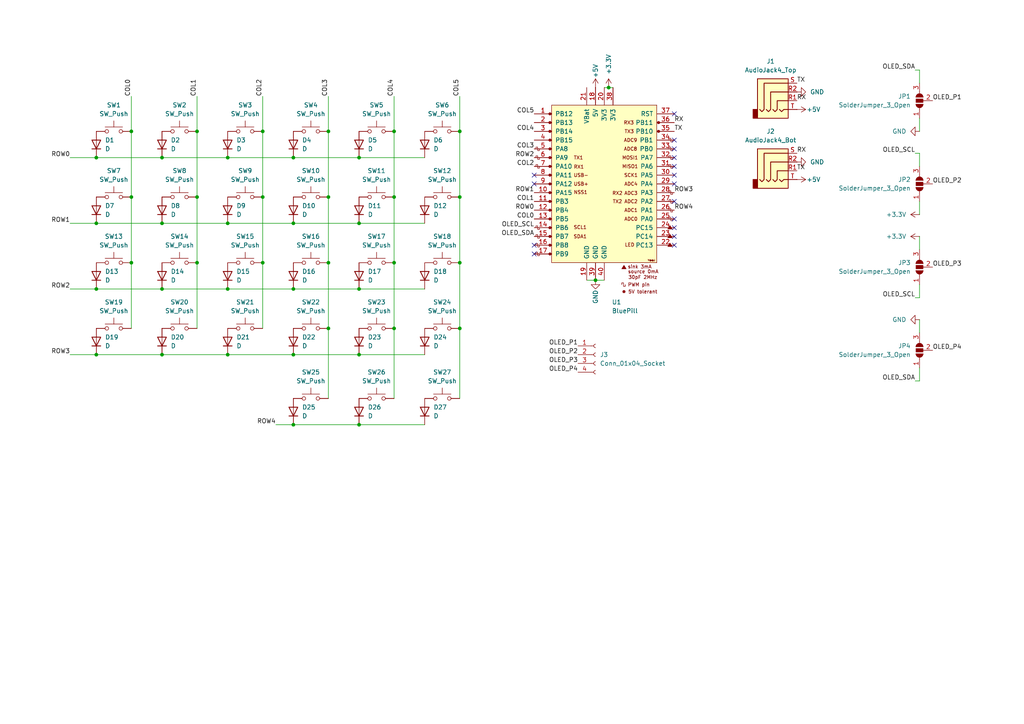
<source format=kicad_sch>
(kicad_sch (version 20231120) (generator "eeschema") (generator_version "8.0")
  (paper "A4")
  (lib_symbols
    (symbol "Connector:Conn_01x04_Socket" (pin_names (offset 1.016) hide)
      (property "Reference" "J" (at 0 5.08 0))
      (property "Value" "Conn_01x04_Socket" (at 0 -7.62 0))
      (symbol "Conn_01x04_Socket_1_1"
        (arc (start 0 -4.572) (mid -0.5058 -5.08) (end 0 -5.588) (stroke (width 0.1524)))
        (arc (start 0 -2.032) (mid -0.5058 -2.54) (end 0 -3.048) (stroke (width 0.1524)))
        (polyline (pts (xy -1.27 -5.08) (xy -0.508 -5.08)) (stroke (width 0.1524)))
        (polyline (pts (xy -1.27 -2.54) (xy -0.508 -2.54)) (stroke (width 0.1524)))
        (polyline (pts (xy -1.27 0) (xy -0.508 0)) (stroke (width 0.1524)))
        (polyline (pts (xy -1.27 2.54) (xy -0.508 2.54)) (stroke (width 0.1524)))
        (arc (start 0 0.508) (mid -0.5058 0) (end 0 -0.508) (stroke (width 0.1524)))
        (arc (start 0 3.048) (mid -0.5058 2.54) (end 0 2.032) (stroke (width 0.1524)))
        (pin passive line (at -5.08 2.54 0) (length 3.81) (name "Pin_1") (number "1"))
        (pin passive line (at -5.08 0 0) (length 3.81) (name "Pin_2") (number "2"))
        (pin passive line (at -5.08 -2.54 0) (length 3.81) (name "Pin_3") (number "3"))
        (pin passive line (at -5.08 -5.08 0) (length 3.81) (name "Pin_4") (number "4"))
      )
    )
    (symbol "Connector_Audio:AudioJack4"
      (property "Reference" "J" (at 0 8.89 0))
      (property "Value" "AudioJack4" (at 0 6.35 0))
      (symbol "AudioJack4_0_1"
        (rectangle (start -6.35 -5.08) (end -7.62 -7.62) (stroke (width 0.254)) (fill (type outline)))
        (polyline (pts (xy 0 -5.08) (xy 0.635 -5.715) (xy 1.27 -5.08) (xy 2.54 -5.08)) (stroke (width 0.254)))
        (polyline (pts (xy -5.715 -5.08) (xy -5.08 -5.715) (xy -4.445 -5.08) (xy -4.445 2.54) (xy 2.54 2.54)) (stroke (width 0.254)))
        (polyline (pts (xy -1.905 -5.08) (xy -1.27 -5.715) (xy -0.635 -5.08) (xy -0.635 -2.54) (xy 2.54 -2.54)) (stroke (width 0.254)))
        (polyline (pts (xy 2.54 0) (xy -2.54 0) (xy -2.54 -5.08) (xy -3.175 -5.715) (xy -3.81 -5.08)) (stroke (width 0.254)))
        (rectangle (start 2.54 3.81) (end -6.35 -7.62) (stroke (width 0.254)) (fill (type background)))
      )
      (symbol "AudioJack4_1_1"
        (pin passive line (at 5.08 -2.54 180) (length 2.54) (name "~") (number "R1"))
        (pin passive line (at 5.08 0 180) (length 2.54) (name "~") (number "R2"))
        (pin passive line (at 5.08 2.54 180) (length 2.54) (name "~") (number "S"))
        (pin passive line (at 5.08 -5.08 180) (length 2.54) (name "~") (number "T"))
      )
    )
    (symbol "Device:D" (pin_numbers hide) (pin_names (offset 1.016) hide)
      (property "Reference" "D" (at 0 2.54 0))
      (property "Value" "D" (at 0 -2.54 0))
      (symbol "D_0_1"
        (polyline (pts (xy -1.27 1.27) (xy -1.27 -1.27)) (stroke (width 0.254)))
        (polyline (pts (xy 1.27 0) (xy -1.27 0)))
        (polyline (pts (xy 1.27 1.27) (xy 1.27 -1.27) (xy -1.27 0) (xy 1.27 1.27)) (stroke (width 0.254)))
      )
      (symbol "D_1_1"
        (pin passive line (at -3.81 0 0) (length 2.54) (name "K") (number "1"))
        (pin passive line (at 3.81 0 180) (length 2.54) (name "A") (number "2"))
      )
    )
    (symbol "Jumper:SolderJumper_3_Open" (pin_names (offset 0) hide) (exclude_from_sim yes) (in_bom no)
      (property "Reference" "JP" (at -2.54 -2.54 0))
      (property "Value" "SolderJumper_3_Open" (at 0 2.794 0))
      (symbol "SolderJumper_3_Open_0_1"
        (arc (start -1.016 1.016) (mid -2.0276 0) (end -1.016 -1.016))
        (arc (start -1.016 1.016) (mid -2.0276 0) (end -1.016 -1.016) (fill (type outline)))
        (rectangle (start -0.508 1.016) (end 0.508 -1.016) (fill (type outline)))
        (polyline (pts (xy -2.54 0) (xy -2.032 0)))
        (polyline (pts (xy -1.016 1.016) (xy -1.016 -1.016)))
        (polyline (pts (xy 0 -1.27) (xy 0 -1.016)))
        (polyline (pts (xy 1.016 1.016) (xy 1.016 -1.016)))
        (polyline (pts (xy 2.54 0) (xy 2.032 0)))
        (arc (start 1.016 -1.016) (mid 2.0276 0) (end 1.016 1.016))
        (arc (start 1.016 -1.016) (mid 2.0276 0) (end 1.016 1.016) (fill (type outline)))
      )
      (symbol "SolderJumper_3_Open_1_1"
        (pin passive line (at -5.08 0 0) (length 2.54) (name "A") (number "1"))
        (pin passive line (at 0 -3.81 90) (length 2.54) (name "C") (number "2"))
        (pin passive line (at 5.08 0 180) (length 2.54) (name "B") (number "3"))
      )
    )
    (symbol "Switch:SW_Push" (pin_numbers hide) (pin_names (offset 1.016) hide)
      (property "Reference" "SW" (at 1.27 2.54 0))
      (property "Value" "SW_Push" (at 0 -1.524 0))
      (symbol "SW_Push_0_1"
        (circle (center -2.032 0) (radius 0.508))
        (polyline (pts (xy 0 1.27) (xy 0 3.048)))
        (polyline (pts (xy 2.54 1.27) (xy -2.54 1.27)))
        (circle (center 2.032 0) (radius 0.508))
        (pin passive line (at -5.08 0 0) (length 2.54) (name "1") (number "1"))
        (pin passive line (at 5.08 0 180) (length 2.54) (name "2") (number "2"))
      )
    )
    (symbol "power:+3.3V" (power) (pin_numbers hide) (pin_names (offset 0) hide)
      (property "Value" "+3.3V" (at 0 3.556 0))
      (symbol "+3.3V_0_1"
        (polyline (pts (xy -0.762 1.27) (xy 0 2.54)))
        (polyline (pts (xy 0 0) (xy 0 2.54)))
        (polyline (pts (xy 0 2.54) (xy 0.762 1.27)))
      )
      (symbol "+3.3V_1_1"
        (pin power_in line (at 0 0 90) (length 0) (name "~") (number "1"))
      )
    )
    (symbol "power:+5V" (power) (pin_numbers hide) (pin_names (offset 0) hide)
      (property "Value" "+5V" (at 0 3.556 0))
      (symbol "+5V_0_1"
        (polyline (pts (xy -0.762 1.27) (xy 0 2.54)))
        (polyline (pts (xy 0 0) (xy 0 2.54)))
        (polyline (pts (xy 0 2.54) (xy 0.762 1.27)))
      )
      (symbol "+5V_1_1"
        (pin power_in line (at 0 0 90) (length 0) (name "~") (number "1"))
      )
    )
    (symbol "power:GND" (power) (pin_numbers hide) (pin_names (offset 0) hide)
      (property "Value" "GND" (at 0 -3.81 0))
      (symbol "GND_0_1"
        (polyline (pts (xy 0 0) (xy 0 -1.27) (xy 1.27 -1.27) (xy 0 -2.54) (xy -1.27 -1.27) (xy 0 -1.27)))
      )
      (symbol "GND_1_1"
        (pin power_in line (at 0 0 270) (length 0) (name "~") (number "1"))
      )
    )
    (symbol "cobalt-kb:YAAJ_BluePill" (pin_names (offset 1.016))
      (property "Reference" "U" (at -13.97 24.13 0))
      (property "Value" "YAAJ_BluePill" (at 0 6.35 90))
      (symbol "YAAJ_BluePill_0_0"
        (circle (center -15.748 -20.32) (radius 0.3556) (fill (type outline)))
        (circle (center -15.748 -17.78) (radius 0.3556) (fill (type outline)))
        (circle (center -15.748 -15.24) (radius 0.3556) (fill (type outline)))
        (circle (center -15.748 -12.7) (radius 0.3556) (fill (type outline)))
        (circle (center -15.748 -10.16) (radius 0.3556) (fill (type outline)))
        (circle (center -15.748 -7.62) (radius 0.3556) (fill (type outline)))
        (circle (center -15.748 -5.08) (radius 0.3556) (fill (type outline)))
        (circle (center -15.748 -2.54) (radius 0.3556) (fill (type outline)))
        (circle (center -15.748 0) (radius 0.3556) (fill (type outline)))
        (circle (center -15.748 2.54) (radius 0.3556) (fill (type outline)))
        (circle (center -15.748 5.08) (radius 0.3556) (fill (type outline)))
        (circle (center -15.748 7.62) (radius 0.3556) (fill (type outline)))
        (circle (center -15.748 10.16) (radius 0.3556) (fill (type outline)))
        (circle (center -15.748 12.7) (radius 0.3556) (fill (type outline)))
        (circle (center -15.748 15.24) (radius 0.3556) (fill (type outline)))
        (circle (center -15.748 20.32) (radius 0.3556) (fill (type outline)))
        (polyline (pts (xy 5.08 -24.638) (xy 5.715 -23.622) (xy 6.35 -24.638) (xy 5.08 -24.638) (xy 5.715 -23.749) (xy 6.223 -24.638) (xy 5.207 -24.511) (xy 5.715 -23.876) (xy 6.096 -24.638) (xy 5.334 -24.384) (xy 5.842 -24.003) (xy 5.969 -24.638) (xy 5.461 -24.257) (xy 5.969 -24.13) (xy 5.842 -24.511) (xy 5.588 -24.257) (xy 5.842 -24.384) (xy 5.715 -24.13)))
        (polyline (pts (xy 18.415 -18.161) (xy 19.05 -17.145) (xy 19.685 -18.161) (xy 18.415 -18.161) (xy 19.05 -17.272) (xy 19.558 -18.161) (xy 18.542 -18.034) (xy 19.05 -17.399) (xy 19.431 -18.161) (xy 18.669 -17.907) (xy 19.177 -17.526) (xy 19.304 -18.161) (xy 18.796 -17.78) (xy 19.304 -17.653) (xy 19.177 -18.034) (xy 18.923 -17.78) (xy 19.177 -17.907) (xy 19.05 -17.653)))
        (polyline (pts (xy 18.415 -15.621) (xy 19.05 -14.605) (xy 19.685 -15.621) (xy 18.415 -15.621) (xy 19.05 -14.732) (xy 19.558 -15.621) (xy 18.542 -15.494) (xy 19.05 -14.859) (xy 19.431 -15.621) (xy 18.669 -15.367) (xy 19.177 -14.986) (xy 19.304 -15.621) (xy 18.796 -15.24) (xy 19.304 -15.113) (xy 19.177 -15.494) (xy 18.923 -15.24) (xy 19.177 -15.367) (xy 19.05 -15.113)))
        (polyline (pts (xy 18.415 -13.081) (xy 19.05 -12.065) (xy 19.685 -13.081) (xy 18.415 -13.081) (xy 19.05 -12.192) (xy 19.558 -13.081) (xy 18.542 -12.954) (xy 19.05 -12.319) (xy 19.431 -13.081) (xy 18.669 -12.827) (xy 19.177 -12.446) (xy 19.304 -13.081) (xy 18.796 -12.7) (xy 19.304 -12.573) (xy 19.177 -12.954) (xy 18.923 -12.7) (xy 19.177 -12.827) (xy 19.05 -12.573)))
        (circle (center 5.715 -31.242) (radius 0.127) (fill (type outline)))
        (circle (center 5.715 -31.242) (radius 0.254))
        (circle (center 5.715 -31.242) (radius 0.3556))
        (circle (center 15.748 15.24) (radius 0.254) (fill (type outline)))
        (circle (center 15.748 15.24) (radius 0.3556))
        (circle (center 15.748 17.78) (radius 0.254) (fill (type outline)))
        (circle (center 15.748 17.78) (radius 0.3556))
        (text "30pF 2MHz" (at 11.176 -27.051 0) (effects (font (size 0.9906 0.9906))))
        (text "5V tolerant" (at 11.176 -31.242 0) (effects (font (size 0.9906 0.9906))))
        (text "ADC0" (at 7.747 -10.16 0) (effects (font (size 0.9906 0.9906))))
        (text "ADC1" (at 7.747 -7.62 0) (effects (font (size 0.9906 0.9906))))
        (text "ADC2" (at 7.747 -5.08 0) (effects (font (size 0.9906 0.9906))))
        (text "ADC3" (at 7.747 -2.667 0) (effects (font (size 0.9906 0.9906))))
        (text "ADC4" (at 7.747 0 0) (effects (font (size 0.9906 0.9906))))
        (text "ADC8" (at 7.62 10.16 0) (effects (font (size 0.9906 0.9906))))
        (text "ADC9" (at 7.62 12.7 0) (effects (font (size 0.9906 0.9906))))
        (text "LED" (at 7.366 -17.653 0) (effects (font (size 0.9906 0.9906))))
        (text "MISO1" (at 7.493 5.08 0) (effects (font (size 0.9906 0.9906))))
        (text "MOSI1" (at 7.493 7.62 0) (effects (font (size 0.9906 0.9906))))
        (text "NSS1" (at -6.858 -2.413 0) (effects (font (size 0.9906 0.9906))))
        (text "PWM pin" (at 10.033 -29.21 0) (effects (font (size 0.9906 0.9906))))
        (text "RX1" (at -7.366 4.953 0) (effects (font (size 0.9906 0.9906))))
        (text "RX2" (at 3.81 -2.667 0) (effects (font (size 0.9906 0.9906))))
        (text "RX3" (at 7.112 17.78 0) (effects (font (size 0.9906 0.9906))))
        (text "SCK1" (at 7.747 2.54 0) (effects (font (size 0.9906 0.9906))))
        (text "SCL1" (at -6.985 -12.573 0) (effects (font (size 0.9906 0.9906))))
        (text "SDA1" (at -6.985 -15.24 0) (effects (font (size 0.9906 0.9906))))
        (text "sink 3mA" (at 10.287 -24.003 0) (effects (font (size 0.9906 0.9906))))
        (text "source 0mA" (at 11.303 -25.4 0) (effects (font (size 0.9906 0.9906))))
        (text "TX1" (at -7.493 7.62 0) (effects (font (size 0.9906 0.9906))))
        (text "TX2" (at 3.81 -5.08 0) (effects (font (size 0.9906 0.9906))))
        (text "TX3" (at 7.239 15.24 0) (effects (font (size 0.9906 0.9906))))
        (text "USB+" (at -6.731 0 0) (effects (font (size 0.9906 0.9906))))
        (text "USB-" (at -6.731 2.54 0) (effects (font (size 0.9906 0.9906))))
        (text "Y@@J" (at 13.6906 -22.1488 0) (effects (font (size 0.508 0.508))))
      )
      (symbol "YAAJ_BluePill_0_1"
        (rectangle (start -15.24 22.86) (end 15.24 -22.86) (fill (type background)))
        (polyline (pts (xy -18.796 -20.32) (xy -18.796 -20.828) (xy -19.304 -20.828) (xy -19.304 -19.812) (xy -19.812 -19.812) (xy -19.812 -20.32)))
        (polyline (pts (xy -18.796 -17.78) (xy -18.796 -18.288) (xy -19.304 -18.288) (xy -19.304 -17.272) (xy -19.812 -17.272) (xy -19.812 -17.78)))
        (polyline (pts (xy -18.796 -15.24) (xy -18.796 -15.748) (xy -19.304 -15.748) (xy -19.304 -14.732) (xy -19.812 -14.732) (xy -19.812 -15.24)))
        (polyline (pts (xy -18.796 -12.7) (xy -18.796 -13.208) (xy -19.304 -13.208) (xy -19.304 -12.192) (xy -19.812 -12.192) (xy -19.812 -12.7)))
        (polyline (pts (xy -18.796 5.08) (xy -18.796 4.572) (xy -19.304 4.572) (xy -19.304 5.588) (xy -19.812 5.588) (xy -19.812 5.08)))
        (polyline (pts (xy -18.796 7.62) (xy -18.796 7.112) (xy -19.304 7.112) (xy -19.304 8.128) (xy -19.812 8.128) (xy -19.812 7.62)))
        (polyline (pts (xy -18.796 10.16) (xy -18.796 9.652) (xy -19.304 9.652) (xy -19.304 10.668) (xy -19.812 10.668) (xy -19.812 10.16)))
        (polyline (pts (xy 6.096 -29.21) (xy 6.096 -29.718) (xy 5.588 -29.718) (xy 5.588 -28.702) (xy 5.08 -28.702) (xy 5.08 -29.21)))
        (polyline (pts (xy 19.812 -10.16) (xy 19.812 -10.668) (xy 19.304 -10.668) (xy 19.304 -9.652) (xy 18.796 -9.652) (xy 18.796 -10.16)))
        (polyline (pts (xy 19.812 -7.62) (xy 19.812 -8.128) (xy 19.304 -8.128) (xy 19.304 -7.112) (xy 18.796 -7.112) (xy 18.796 -7.62)))
        (polyline (pts (xy 19.812 -5.08) (xy 19.812 -5.588) (xy 19.304 -5.588) (xy 19.304 -4.572) (xy 18.796 -4.572) (xy 18.796 -5.08)))
        (polyline (pts (xy 19.812 -2.54) (xy 19.812 -3.048) (xy 19.304 -3.048) (xy 19.304 -2.032) (xy 18.796 -2.032) (xy 18.796 -2.54)))
        (polyline (pts (xy 19.812 5.08) (xy 19.812 4.572) (xy 19.304 4.572) (xy 19.304 5.588) (xy 18.796 5.588) (xy 18.796 5.08)))
        (polyline (pts (xy 19.812 7.62) (xy 19.812 7.112) (xy 19.304 7.112) (xy 19.304 8.128) (xy 18.796 8.128) (xy 18.796 7.62)))
        (polyline (pts (xy 19.812 10.16) (xy 19.812 9.652) (xy 19.304 9.652) (xy 19.304 10.668) (xy 18.796 10.668) (xy 18.796 10.16)))
        (polyline (pts (xy 19.812 12.7) (xy 19.812 12.192) (xy 19.304 12.192) (xy 19.304 13.208) (xy 18.796 13.208) (xy 18.796 12.7)))
      )
      (symbol "YAAJ_BluePill_1_1"
        (circle (center -15.748 17.78) (radius 0.3556) (fill (type outline)))
        (pin bidirectional line (at -20.32 20.32 0) (length 5.08) (name "PB12") (number "1"))
        (pin bidirectional line (at -20.32 -2.54 0) (length 5.08) (name "PA15") (number "10"))
        (pin bidirectional line (at -20.32 -5.08 0) (length 5.08) (name "PB3") (number "11"))
        (pin bidirectional line (at -20.32 -7.62 0) (length 5.08) (name "PB4") (number "12"))
        (pin bidirectional line (at -20.32 -10.16 0) (length 5.08) (name "PB5") (number "13"))
        (pin bidirectional line (at -20.32 -12.7 0) (length 5.08) (name "PB6") (number "14"))
        (pin bidirectional line (at -20.32 -15.24 0) (length 5.08) (name "PB7") (number "15"))
        (pin bidirectional line (at -20.32 -17.78 0) (length 5.08) (name "PB8") (number "16"))
        (pin bidirectional line (at -20.32 -20.32 0) (length 5.08) (name "PB9") (number "17"))
        (pin power_in line (at -2.54 27.94 270) (length 5.08) (name "5V") (number "18"))
        (pin power_in line (at -5.08 -27.94 90) (length 5.08) (name "GND") (number "19"))
        (pin bidirectional line (at -20.32 17.78 0) (length 5.08) (name "PB13") (number "2"))
        (pin power_in line (at 0 27.94 270) (length 5.08) (name "3V3") (number "20"))
        (pin power_in line (at -5.08 27.94 270) (length 5.08) (name "VBat") (number "21"))
        (pin bidirectional line (at 20.32 -17.78 180) (length 5.08) (name "PC13") (number "22"))
        (pin bidirectional line (at 20.32 -15.24 180) (length 5.08) (name "PC14") (number "23"))
        (pin bidirectional line (at 20.32 -12.7 180) (length 5.08) (name "PC15") (number "24"))
        (pin bidirectional line (at 20.32 -10.16 180) (length 5.08) (name "PA0") (number "25"))
        (pin bidirectional line (at 20.32 -7.62 180) (length 5.08) (name "PA1") (number "26"))
        (pin bidirectional line (at 20.32 -5.08 180) (length 5.08) (name "PA2") (number "27"))
        (pin bidirectional line (at 20.32 -2.54 180) (length 5.08) (name "PA3") (number "28"))
        (pin bidirectional line (at 20.32 0 180) (length 5.08) (name "PA4") (number "29"))
        (pin bidirectional line (at -20.32 15.24 0) (length 5.08) (name "PB14") (number "3"))
        (pin bidirectional line (at 20.32 2.54 180) (length 5.08) (name "PA5") (number "30"))
        (pin bidirectional line (at 20.32 5.08 180) (length 5.08) (name "PA6") (number "31"))
        (pin bidirectional line (at 20.32 7.62 180) (length 5.08) (name "PA7") (number "32"))
        (pin bidirectional line (at 20.32 10.16 180) (length 5.08) (name "PB0") (number "33"))
        (pin bidirectional line (at 20.32 12.7 180) (length 5.08) (name "PB1") (number "34"))
        (pin bidirectional line (at 20.32 15.24 180) (length 5.08) (name "PB10") (number "35"))
        (pin bidirectional line (at 20.32 17.78 180) (length 5.08) (name "PB11") (number "36"))
        (pin input line (at 20.32 20.32 180) (length 5.08) (name "RST") (number "37"))
        (pin power_in line (at 2.54 27.94 270) (length 5.08) (name "3V3") (number "38"))
        (pin power_in line (at -2.54 -27.94 90) (length 5.08) (name "GND") (number "39"))
        (pin bidirectional line (at -20.32 12.7 0) (length 5.08) (name "PB15") (number "4"))
        (pin power_in line (at 0 -27.94 90) (length 5.08) (name "GND") (number "40"))
        (pin bidirectional line (at -20.32 10.16 0) (length 5.08) (name "PA8") (number "5"))
        (pin bidirectional line (at -20.32 7.62 0) (length 5.08) (name "PA9") (number "6"))
        (pin bidirectional line (at -20.32 5.08 0) (length 5.08) (name "PA10") (number "7"))
        (pin bidirectional line (at -20.32 2.54 0) (length 5.08) (name "PA11") (number "8"))
        (pin bidirectional line (at -20.32 0 0) (length 5.08) (name "PA12") (number "9"))
      )
    )
  )
  (junction (at 27.94 83.82))
  (junction (at 172.72 81.28))
  (junction (at 133.35 76.2))
  (junction (at 57.15 38.1))
  (junction (at 66.04 45.72))
  (junction (at 104.14 64.77))
  (junction (at 133.35 57.15))
  (junction (at 76.2 57.15))
  (junction (at 133.35 38.1))
  (junction (at 85.09 123.19))
  (junction (at 133.35 95.25))
  (junction (at 114.3 95.25))
  (junction (at 114.3 57.15))
  (junction (at 76.2 76.2))
  (junction (at 85.09 45.72))
  (junction (at 85.09 102.87))
  (junction (at 46.99 83.82))
  (junction (at 66.04 83.82))
  (junction (at 27.94 102.87))
  (junction (at 104.14 83.82))
  (junction (at 57.15 57.15))
  (junction (at 27.94 45.72))
  (junction (at 95.25 76.2))
  (junction (at 46.99 102.87))
  (junction (at 85.09 83.82))
  (junction (at 114.3 38.1))
  (junction (at 46.99 64.77))
  (junction (at 38.1 76.2))
  (junction (at 38.1 38.1))
  (junction (at 95.25 95.25))
  (junction (at 27.94 64.77))
  (junction (at 104.14 102.87))
  (junction (at 38.1 57.15))
  (junction (at 66.04 102.87))
  (junction (at 66.04 64.77))
  (junction (at 46.99 45.72))
  (junction (at 76.2 38.1))
  (junction (at 176.53 25.4))
  (junction (at 104.14 45.72))
  (junction (at 95.25 38.1))
  (junction (at 85.09 64.77))
  (junction (at 104.14 123.19))
  (junction (at 114.3 76.2))
  (junction (at 95.25 57.15))
  (junction (at 57.15 76.2))
  (no_connect (at 154.94 73.66))
  (no_connect (at 195.58 66.04))
  (no_connect (at 195.58 45.72))
  (no_connect (at 195.58 50.8))
  (no_connect (at 195.58 53.34))
  (no_connect (at 195.58 48.26))
  (no_connect (at 195.58 33.02))
  (no_connect (at 195.58 43.18))
  (no_connect (at 195.58 63.5))
  (no_connect (at 154.94 53.34))
  (no_connect (at 195.58 68.58))
  (no_connect (at 195.58 58.42))
  (no_connect (at 154.94 71.12))
  (no_connect (at 154.94 50.8))
  (no_connect (at 195.58 40.64))
  (no_connect (at 195.58 71.12))
  (wire (pts (xy 20.32 102.87) (xy 27.94 102.87)))
  (wire (pts (xy 38.1 38.1) (xy 38.1 57.15)))
  (wire (pts (xy 266.7 82.55) (xy 266.7 86.36)))
  (wire (pts (xy 133.35 76.2) (xy 133.35 95.25)))
  (wire (pts (xy 66.04 83.82) (xy 85.09 83.82)))
  (wire (pts (xy 170.18 81.28) (xy 172.72 81.28)))
  (wire (pts (xy 76.2 57.15) (xy 76.2 76.2)))
  (wire (pts (xy 80.01 123.19) (xy 85.09 123.19)))
  (wire (pts (xy 114.3 76.2) (xy 114.3 95.25)))
  (wire (pts (xy 27.94 102.87) (xy 46.99 102.87)))
  (wire (pts (xy 20.32 45.72) (xy 27.94 45.72)))
  (wire (pts (xy 266.7 106.68) (xy 266.7 110.49)))
  (wire (pts (xy 114.3 57.15) (xy 114.3 76.2)))
  (wire (pts (xy 265.43 20.32) (xy 266.7 20.32)))
  (wire (pts (xy 104.14 123.19) (xy 123.19 123.19)))
  (wire (pts (xy 133.35 27.94) (xy 133.35 38.1)))
  (wire (pts (xy 57.15 38.1) (xy 57.15 57.15)))
  (wire (pts (xy 76.2 76.2) (xy 76.2 95.25)))
  (wire (pts (xy 176.53 25.4) (xy 177.8 25.4)))
  (wire (pts (xy 266.7 58.42) (xy 266.7 62.23)))
  (wire (pts (xy 27.94 83.82) (xy 46.99 83.82)))
  (wire (pts (xy 46.99 45.72) (xy 66.04 45.72)))
  (wire (pts (xy 20.32 64.77) (xy 27.94 64.77)))
  (wire (pts (xy 20.32 83.82) (xy 27.94 83.82)))
  (wire (pts (xy 76.2 27.94) (xy 76.2 38.1)))
  (wire (pts (xy 95.25 95.25) (xy 95.25 115.57)))
  (wire (pts (xy 133.35 57.15) (xy 133.35 76.2)))
  (wire (pts (xy 265.43 86.36) (xy 266.7 86.36)))
  (wire (pts (xy 114.3 27.94) (xy 114.3 38.1)))
  (wire (pts (xy 46.99 64.77) (xy 66.04 64.77)))
  (wire (pts (xy 27.94 64.77) (xy 46.99 64.77)))
  (wire (pts (xy 85.09 102.87) (xy 104.14 102.87)))
  (wire (pts (xy 266.7 44.45) (xy 266.7 48.26)))
  (wire (pts (xy 85.09 123.19) (xy 104.14 123.19)))
  (wire (pts (xy 76.2 38.1) (xy 76.2 57.15)))
  (wire (pts (xy 133.35 38.1) (xy 133.35 57.15)))
  (wire (pts (xy 104.14 102.87) (xy 123.19 102.87)))
  (wire (pts (xy 95.25 57.15) (xy 95.25 76.2)))
  (wire (pts (xy 95.25 27.94) (xy 95.25 38.1)))
  (wire (pts (xy 85.09 64.77) (xy 104.14 64.77)))
  (wire (pts (xy 133.35 95.25) (xy 133.35 115.57)))
  (wire (pts (xy 66.04 45.72) (xy 85.09 45.72)))
  (wire (pts (xy 27.94 45.72) (xy 46.99 45.72)))
  (wire (pts (xy 172.72 81.28) (xy 175.26 81.28)))
  (wire (pts (xy 38.1 76.2) (xy 38.1 95.25)))
  (wire (pts (xy 266.7 34.29) (xy 266.7 38.1)))
  (wire (pts (xy 265.43 110.49) (xy 266.7 110.49)))
  (wire (pts (xy 46.99 102.87) (xy 66.04 102.87)))
  (wire (pts (xy 266.7 92.71) (xy 266.7 96.52)))
  (wire (pts (xy 85.09 83.82) (xy 104.14 83.82)))
  (wire (pts (xy 38.1 57.15) (xy 38.1 76.2)))
  (wire (pts (xy 104.14 45.72) (xy 123.19 45.72)))
  (wire (pts (xy 95.25 76.2) (xy 95.25 95.25)))
  (wire (pts (xy 85.09 45.72) (xy 104.14 45.72)))
  (wire (pts (xy 57.15 27.94) (xy 57.15 38.1)))
  (wire (pts (xy 265.43 44.45) (xy 266.7 44.45)))
  (wire (pts (xy 66.04 64.77) (xy 85.09 64.77)))
  (wire (pts (xy 95.25 38.1) (xy 95.25 57.15)))
  (wire (pts (xy 175.26 25.4) (xy 176.53 25.4)))
  (wire (pts (xy 57.15 57.15) (xy 57.15 76.2)))
  (wire (pts (xy 114.3 38.1) (xy 114.3 57.15)))
  (wire (pts (xy 266.7 20.32) (xy 266.7 24.13)))
  (wire (pts (xy 266.7 68.58) (xy 266.7 72.39)))
  (wire (pts (xy 104.14 64.77) (xy 123.19 64.77)))
  (wire (pts (xy 46.99 83.82) (xy 66.04 83.82)))
  (wire (pts (xy 66.04 102.87) (xy 85.09 102.87)))
  (wire (pts (xy 104.14 83.82) (xy 123.19 83.82)))
  (wire (pts (xy 114.3 95.25) (xy 114.3 115.57)))
  (wire (pts (xy 57.15 76.2) (xy 57.15 95.25)))
  (wire (pts (xy 38.1 27.94) (xy 38.1 38.1)))
  (label "COL0" (at 154.94 63.5 180))
  (label "COL2" (at 76.2 27.94 90))
  (label "RX" (at 231.14 44.45 0))
  (label "OLED_SCL" (at 154.94 66.04 180))
  (label "ROW0" (at 154.94 60.96 180))
  (label "COL4" (at 154.94 38.1 180))
  (label "ROW4" (at 80.01 123.19 180))
  (label "OLED_SCL" (at 265.43 86.36 180))
  (label "ROW3" (at 195.58 55.88 0))
  (label "COL3" (at 154.94 43.18 180))
  (label "OLED_P3" (at 270.51 77.47 0))
  (label "COL1" (at 154.94 58.42 180))
  (label "OLED_P1" (at 270.51 29.21 0))
  (label "ROW3" (at 20.32 102.87 180))
  (label "OLED_P4" (at 167.64 107.95 180))
  (label "COL5" (at 154.94 33.02 180))
  (label "COL3" (at 95.25 27.94 90))
  (label "COL1" (at 57.15 27.94 90))
  (label "ROW0" (at 20.32 45.72 180))
  (label "OLED_P4" (at 270.51 101.6 0))
  (label "ROW2" (at 154.94 45.72 180))
  (label "RX" (at 195.58 35.56 0))
  (label "OLED_SDA" (at 265.43 110.49 180))
  (label "OLED_P3" (at 167.64 105.41 180))
  (label "OLED_P2" (at 167.64 102.87 180))
  (label "TX" (at 195.58 38.1 0))
  (label "COL2" (at 154.94 48.26 180))
  (label "COL4" (at 114.3 27.94 90))
  (label "COL5" (at 133.35 27.94 90))
  (label "ROW4" (at 195.58 60.96 0))
  (label "OLED_P1" (at 167.64 100.33 180))
  (label "TX" (at 231.14 49.53 0))
  (label "OLED_P2" (at 270.51 53.34 0))
  (label "ROW2" (at 20.32 83.82 180))
  (label "TX" (at 231.14 24.13 0))
  (label "ROW1" (at 154.94 55.88 180))
  (label "COL0" (at 38.1 27.94 90))
  (label "OLED_SDA" (at 154.94 68.58 180))
  (label "RX" (at 231.14 29.21 0))
  (label "OLED_SDA" (at 265.43 20.32 180))
  (label "ROW1" (at 20.32 64.77 180))
  (label "OLED_SCL" (at 265.43 44.45 180))
  (symbol (lib_id "power:GND") (at 266.7 38.1 270) (unit 1)
    (property "Reference" "#PWR07" (effects (hide yes)))
    (property "Value" "GND" (at 262.89 38.1001 90) (effects (justify right)))
    (property "Description" "Power symbol creates a global label with name \"GND\" , ground" (effects (hide yes)))
  )
  (symbol (lib_id "Switch:SW_Push") (at 71.12 76.2 0) (unit 1)
    (property "Reference" "SW15" (at 71.12 68.58 0))
    (property "Value" "SW_Push" (at 71.12 71.12 0))
    (property "Footprint" "cobalt-kb:Kailh_Socket_PG1350_Reversible" (effects (hide yes)))
    (property "Description" "Push button switch, generic, two pins" (effects (hide yes)))
  )
  (symbol (lib_id "Switch:SW_Push") (at 109.22 38.1 0) (unit 1)
    (property "Reference" "SW5" (at 109.22 30.48 0))
    (property "Value" "SW_Push" (at 109.22 33.02 0))
    (property "Footprint" "cobalt-kb:Kailh_Socket_PG1350_Reversible" (effects (hide yes)))
    (property "Description" "Push button switch, generic, two pins" (effects (hide yes)))
  )
  (symbol (lib_id "Device:D") (at 123.19 60.96 90) (unit 1)
    (property "Reference" "D12" (at 125.73 59.6899 90) (effects (justify right)))
    (property "Value" "D" (at 125.73 62.2299 90) (effects (justify right)))
    (property "Footprint" "cobalt-kb:D_SOD-123_Reversible" (effects (hide yes)))
    (property "Description" "Diode" (effects (hide yes)))
    (property "Sim.Device" "D" (effects (hide yes)))
    (property "Sim.Pins" "1=K 2=A" (effects (hide yes)))
  )
  (symbol (lib_id "Device:D") (at 66.04 99.06 90) (unit 1)
    (property "Reference" "D21" (at 68.58 97.7899 90) (effects (justify right)))
    (property "Value" "D" (at 68.58 100.3299 90) (effects (justify right)))
    (property "Footprint" "cobalt-kb:D_SOD-123_Reversible" (effects (hide yes)))
    (property "Description" "Diode" (effects (hide yes)))
    (property "Sim.Device" "D" (effects (hide yes)))
    (property "Sim.Pins" "1=K 2=A" (effects (hide yes)))
  )
  (symbol (lib_id "cobalt-kb:YAAJ_BluePill") (at 175.26 53.34 0) (unit 1)
    (property "Reference" "U1" (at 177.4541 87.63 0) (effects (justify left)))
    (property "Value" "BluePill" (at 177.4541 90.17 0) (effects (justify left)))
    (property "Footprint" "cobalt-kb:BluePill_Socket_Simplified" (effects (hide yes)))
    (property "Description" "STM32 Blue Pill ; KLC compliant" (effects (hide yes)))
  )
  (symbol (lib_id "Switch:SW_Push") (at 90.17 57.15 0) (unit 1)
    (property "Reference" "SW10" (at 90.17 49.53 0))
    (property "Value" "SW_Push" (at 90.17 52.07 0))
    (property "Footprint" "cobalt-kb:Kailh_Socket_PG1350_Reversible" (effects (hide yes)))
    (property "Description" "Push button switch, generic, two pins" (effects (hide yes)))
  )
  (symbol (lib_id "Device:D") (at 104.14 99.06 90) (unit 1)
    (property "Reference" "D23" (at 106.68 97.7899 90) (effects (justify right)))
    (property "Value" "D" (at 106.68 100.3299 90) (effects (justify right)))
    (property "Footprint" "cobalt-kb:D_SOD-123_Reversible" (effects (hide yes)))
    (property "Description" "Diode" (effects (hide yes)))
    (property "Sim.Device" "D" (effects (hide yes)))
    (property "Sim.Pins" "1=K 2=A" (effects (hide yes)))
  )
  (symbol (lib_id "Switch:SW_Push") (at 90.17 38.1 0) (unit 1)
    (property "Reference" "SW4" (at 90.17 30.48 0))
    (property "Value" "SW_Push" (at 90.17 33.02 0))
    (property "Footprint" "cobalt-kb:Kailh_Socket_PG1350_Reversible" (effects (hide yes)))
    (property "Description" "Push button switch, generic, two pins" (effects (hide yes)))
  )
  (symbol (lib_id "Switch:SW_Push") (at 109.22 76.2 0) (unit 1)
    (property "Reference" "SW17" (at 109.22 68.58 0))
    (property "Value" "SW_Push" (at 109.22 71.12 0))
    (property "Footprint" "cobalt-kb:Kailh_Socket_PG1350_Reversible" (effects (hide yes)))
    (property "Description" "Push button switch, generic, two pins" (effects (hide yes)))
  )
  (symbol (lib_id "Switch:SW_Push") (at 90.17 95.25 0) (unit 1)
    (property "Reference" "SW22" (at 90.17 87.63 0))
    (property "Value" "SW_Push" (at 90.17 90.17 0))
    (property "Footprint" "cobalt-kb:Kailh_Socket_PG1350_Reversible" (effects (hide yes)))
    (property "Description" "Push button switch, generic, two pins" (effects (hide yes)))
  )
  (symbol (lib_id "Switch:SW_Push") (at 128.27 95.25 0) (unit 1)
    (property "Reference" "SW24" (at 128.27 87.63 0))
    (property "Value" "SW_Push" (at 128.27 90.17 0))
    (property "Footprint" "cobalt-kb:Kailh_Socket_PG1350_Reversible" (effects (hide yes)))
    (property "Description" "Push button switch, generic, two pins" (effects (hide yes)))
  )
  (symbol (lib_id "Device:D") (at 27.94 41.91 90) (unit 1)
    (property "Reference" "D1" (at 30.48 40.6399 90) (effects (justify right)))
    (property "Value" "D" (at 30.48 43.1799 90) (effects (justify right)))
    (property "Footprint" "cobalt-kb:D_SOD-123_Reversible" (effects (hide yes)))
    (property "Description" "Diode" (effects (hide yes)))
    (property "Sim.Device" "D" (effects (hide yes)))
    (property "Sim.Pins" "1=K 2=A" (effects (hide yes)))
  )
  (symbol (lib_id "Switch:SW_Push") (at 109.22 95.25 0) (unit 1)
    (property "Reference" "SW23" (at 109.22 87.63 0))
    (property "Value" "SW_Push" (at 109.22 90.17 0))
    (property "Footprint" "cobalt-kb:Kailh_Socket_PG1350_Reversible" (effects (hide yes)))
    (property "Description" "Push button switch, generic, two pins" (effects (hide yes)))
  )
  (symbol (lib_id "Jumper:SolderJumper_3_Open") (at 266.7 101.6 90) (unit 1) (exclude_from_sim yes) (in_bom no)
    (property "Reference" "JP4" (at 264.16 100.3299 90) (effects (justify left)))
    (property "Value" "SolderJumper_3_Open" (at 264.16 102.8699 90) (effects (justify left)))
    (property "Footprint" "cobalt-kb:SolderJumper-3_P1.3mm_Open_RoundedPad1.0x1.5mm_FrontBack" (effects (hide yes)))
    (property "Description" "Solder Jumper, 3-pole, open" (effects (hide yes)))
  )
  (symbol (lib_id "Device:D") (at 85.09 119.38 90) (unit 1)
    (property "Reference" "D25" (at 87.63 118.1099 90) (effects (justify right)))
    (property "Value" "D" (at 87.63 120.6499 90) (effects (justify right)))
    (property "Footprint" "cobalt-kb:D_SOD-123_Reversible" (effects (hide yes)))
    (property "Description" "Diode" (effects (hide yes)))
    (property "Sim.Device" "D" (effects (hide yes)))
    (property "Sim.Pins" "1=K 2=A" (effects (hide yes)))
  )
  (symbol (lib_id "Device:D") (at 123.19 119.38 90) (unit 1)
    (property "Reference" "D27" (at 125.73 118.1099 90) (effects (justify right)))
    (property "Value" "D" (at 125.73 120.6499 90) (effects (justify right)))
    (property "Footprint" "cobalt-kb:D_SOD-123_Reversible" (effects (hide yes)))
    (property "Description" "Diode" (effects (hide yes)))
    (property "Sim.Device" "D" (effects (hide yes)))
    (property "Sim.Pins" "1=K 2=A" (effects (hide yes)))
  )
  (symbol (lib_id "Switch:SW_Push") (at 52.07 57.15 0) (unit 1)
    (property "Reference" "SW8" (at 52.07 49.53 0))
    (property "Value" "SW_Push" (at 52.07 52.07 0))
    (property "Footprint" "cobalt-kb:Kailh_Socket_PG1350_Reversible" (effects (hide yes)))
    (property "Description" "Push button switch, generic, two pins" (effects (hide yes)))
  )
  (symbol (lib_id "Switch:SW_Push") (at 33.02 76.2 0) (unit 1)
    (property "Reference" "SW13" (at 33.02 68.58 0))
    (property "Value" "SW_Push" (at 33.02 71.12 0))
    (property "Footprint" "cobalt-kb:Kailh_Socket_PG1350_Reversible" (effects (hide yes)))
    (property "Description" "Push button switch, generic, two pins" (effects (hide yes)))
  )
  (symbol (lib_id "Switch:SW_Push") (at 128.27 57.15 0) (unit 1)
    (property "Reference" "SW12" (at 128.27 49.53 0))
    (property "Value" "SW_Push" (at 128.27 52.07 0))
    (property "Footprint" "cobalt-kb:Kailh_Socket_PG1350_Reversible" (effects (hide yes)))
    (property "Description" "Push button switch, generic, two pins" (effects (hide yes)))
  )
  (symbol (lib_id "power:+5V") (at 231.14 31.75 270) (unit 1)
    (property "Reference" "#PWR04" (effects (hide yes)))
    (property "Value" "+5V" (at 235.966 31.75 90))
    (property "Description" "Power symbol creates a global label with name \"+5V\"" (effects (hide yes)))
  )
  (symbol (lib_id "Connector_Audio:AudioJack4") (at 226.06 46.99 0) (unit 1)
    (property "Reference" "J2" (at 223.52 38.1 0))
    (property "Value" "AudioJack4_Bot" (at 223.52 40.64 0))
    (property "Footprint" "Connector_Audio:Jack_3.5mm_PJ320D_Horizontal" (effects (hide yes)))
    (property "Description" "Audio Jack, 4 Poles (TRRS)" (effects (hide yes)))
  )
  (symbol (lib_id "Device:D") (at 46.99 80.01 90) (unit 1)
    (property "Reference" "D14" (at 49.53 78.7399 90) (effects (justify right)))
    (property "Value" "D" (at 49.53 81.2799 90) (effects (justify right)))
    (property "Footprint" "cobalt-kb:D_SOD-123_Reversible" (effects (hide yes)))
    (property "Description" "Diode" (effects (hide yes)))
    (property "Sim.Device" "D" (effects (hide yes)))
    (property "Sim.Pins" "1=K 2=A" (effects (hide yes)))
  )
  (symbol (lib_id "power:+3.3V") (at 266.7 62.23 90) (unit 1)
    (property "Reference" "#PWR011" (effects (hide yes)))
    (property "Value" "+3.3V" (at 262.89 62.2299 90) (effects (justify left)))
    (property "Description" "Power symbol creates a global label with name \"+3.3V\"" (effects (hide yes)))
  )
  (symbol (lib_id "Device:D") (at 27.94 80.01 90) (unit 1)
    (property "Reference" "D13" (at 30.48 78.7399 90) (effects (justify right)))
    (property "Value" "D" (at 30.48 81.2799 90) (effects (justify right)))
    (property "Footprint" "cobalt-kb:D_SOD-123_Reversible" (effects (hide yes)))
    (property "Description" "Diode" (effects (hide yes)))
    (property "Sim.Device" "D" (effects (hide yes)))
    (property "Sim.Pins" "1=K 2=A" (effects (hide yes)))
  )
  (symbol (lib_id "Device:D") (at 27.94 60.96 90) (unit 1)
    (property "Reference" "D7" (at 30.48 59.6899 90) (effects (justify right)))
    (property "Value" "D" (at 30.48 62.2299 90) (effects (justify right)))
    (property "Footprint" "cobalt-kb:D_SOD-123_Reversible" (effects (hide yes)))
    (property "Description" "Diode" (effects (hide yes)))
    (property "Sim.Device" "D" (effects (hide yes)))
    (property "Sim.Pins" "1=K 2=A" (effects (hide yes)))
  )
  (symbol (lib_id "Switch:SW_Push") (at 109.22 115.57 0) (unit 1)
    (property "Reference" "SW26" (at 109.22 107.95 0))
    (property "Value" "SW_Push" (at 109.22 110.49 0))
    (property "Footprint" "cobalt-kb:Kailh_Socket_PG1350_Reversible" (effects (hide yes)))
    (property "Description" "Push button switch, generic, two pins" (effects (hide yes)))
  )
  (symbol (lib_id "Switch:SW_Push") (at 90.17 76.2 0) (unit 1)
    (property "Reference" "SW16" (at 90.17 68.58 0))
    (property "Value" "SW_Push" (at 90.17 71.12 0))
    (property "Footprint" "cobalt-kb:Kailh_Socket_PG1350_Reversible" (effects (hide yes)))
    (property "Description" "Push button switch, generic, two pins" (effects (hide yes)))
  )
  (symbol (lib_id "Device:D") (at 66.04 80.01 90) (unit 1)
    (property "Reference" "D15" (at 68.58 78.7399 90) (effects (justify right)))
    (property "Value" "D" (at 68.58 81.2799 90) (effects (justify right)))
    (property "Footprint" "cobalt-kb:D_SOD-123_Reversible" (effects (hide yes)))
    (property "Description" "Diode" (effects (hide yes)))
    (property "Sim.Device" "D" (effects (hide yes)))
    (property "Sim.Pins" "1=K 2=A" (effects (hide yes)))
  )
  (symbol (lib_id "Device:D") (at 123.19 99.06 90) (unit 1)
    (property "Reference" "D24" (at 125.73 97.7899 90) (effects (justify right)))
    (property "Value" "D" (at 125.73 100.3299 90) (effects (justify right)))
    (property "Footprint" "cobalt-kb:D_SOD-123_Reversible" (effects (hide yes)))
    (property "Description" "Diode" (effects (hide yes)))
    (property "Sim.Device" "D" (effects (hide yes)))
    (property "Sim.Pins" "1=K 2=A" (effects (hide yes)))
  )
  (symbol (lib_id "Device:D") (at 104.14 119.38 90) (unit 1)
    (property "Reference" "D26" (at 106.68 118.1099 90) (effects (justify right)))
    (property "Value" "D" (at 106.68 120.6499 90) (effects (justify right)))
    (property "Footprint" "cobalt-kb:D_SOD-123_Reversible" (effects (hide yes)))
    (property "Description" "Diode" (effects (hide yes)))
    (property "Sim.Device" "D" (effects (hide yes)))
    (property "Sim.Pins" "1=K 2=A" (effects (hide yes)))
  )
  (symbol (lib_id "Device:D") (at 27.94 99.06 90) (unit 1)
    (property "Reference" "D19" (at 30.48 97.7899 90) (effects (justify right)))
    (property "Value" "D" (at 30.48 100.3299 90) (effects (justify right)))
    (property "Footprint" "cobalt-kb:D_SOD-123_Reversible" (effects (hide yes)))
    (property "Description" "Diode" (effects (hide yes)))
    (property "Sim.Device" "D" (effects (hide yes)))
    (property "Sim.Pins" "1=K 2=A" (effects (hide yes)))
  )
  (symbol (lib_id "Device:D") (at 123.19 80.01 90) (unit 1)
    (property "Reference" "D18" (at 125.73 78.7399 90) (effects (justify right)))
    (property "Value" "D" (at 125.73 81.2799 90) (effects (justify right)))
    (property "Footprint" "cobalt-kb:D_SOD-123_Reversible" (effects (hide yes)))
    (property "Description" "Diode" (effects (hide yes)))
    (property "Sim.Device" "D" (effects (hide yes)))
    (property "Sim.Pins" "1=K 2=A" (effects (hide yes)))
  )
  (symbol (lib_id "Jumper:SolderJumper_3_Open") (at 266.7 53.34 90) (unit 1) (exclude_from_sim yes) (in_bom no)
    (property "Reference" "JP2" (at 264.16 52.0699 90) (effects (justify left)))
    (property "Value" "SolderJumper_3_Open" (at 264.16 54.6099 90) (effects (justify left)))
    (property "Footprint" "cobalt-kb:SolderJumper-3_P1.3mm_Open_RoundedPad1.0x1.5mm_FrontBack" (effects (hide yes)))
    (property "Description" "Solder Jumper, 3-pole, open" (effects (hide yes)))
  )
  (symbol (lib_id "power:+3.3V") (at 266.7 68.58 90) (unit 1)
    (property "Reference" "#PWR012" (effects (hide yes)))
    (property "Value" "+3.3V" (at 262.89 68.5799 90) (effects (justify left)))
    (property "Description" "Power symbol creates a global label with name \"+3.3V\"" (effects (hide yes)))
  )
  (symbol (lib_id "Switch:SW_Push") (at 71.12 38.1 0) (unit 1)
    (property "Reference" "SW3" (at 71.12 30.48 0))
    (property "Value" "SW_Push" (at 71.12 33.02 0))
    (property "Footprint" "cobalt-kb:Kailh_Socket_PG1350_Reversible" (effects (hide yes)))
    (property "Description" "Push button switch, generic, two pins" (effects (hide yes)))
  )
  (symbol (lib_id "Switch:SW_Push") (at 128.27 76.2 0) (unit 1)
    (property "Reference" "SW18" (at 128.27 68.58 0))
    (property "Value" "SW_Push" (at 128.27 71.12 0))
    (property "Footprint" "cobalt-kb:Kailh_Socket_PG1350_Reversible" (effects (hide yes)))
    (property "Description" "Push button switch, generic, two pins" (effects (hide yes)))
  )
  (symbol (lib_id "Device:D") (at 66.04 60.96 90) (unit 1)
    (property "Reference" "D9" (at 68.58 59.6899 90) (effects (justify right)))
    (property "Value" "D" (at 68.58 62.2299 90) (effects (justify right)))
    (property "Footprint" "cobalt-kb:D_SOD-123_Reversible" (effects (hide yes)))
    (property "Description" "Diode" (effects (hide yes)))
    (property "Sim.Device" "D" (effects (hide yes)))
    (property "Sim.Pins" "1=K 2=A" (effects (hide yes)))
  )
  (symbol (lib_id "Device:D") (at 104.14 41.91 90) (unit 1)
    (property "Reference" "D5" (at 106.68 40.6399 90) (effects (justify right)))
    (property "Value" "D" (at 106.68 43.1799 90) (effects (justify right)))
    (property "Footprint" "cobalt-kb:D_SOD-123_Reversible" (effects (hide yes)))
    (property "Description" "Diode" (effects (hide yes)))
    (property "Sim.Device" "D" (effects (hide yes)))
    (property "Sim.Pins" "1=K 2=A" (effects (hide yes)))
  )
  (symbol (lib_id "Switch:SW_Push") (at 52.07 76.2 0) (unit 1)
    (property "Reference" "SW14" (at 52.07 68.58 0))
    (property "Value" "SW_Push" (at 52.07 71.12 0))
    (property "Footprint" "cobalt-kb:Kailh_Socket_PG1350_Reversible" (effects (hide yes)))
    (property "Description" "Push button switch, generic, two pins" (effects (hide yes)))
  )
  (symbol (lib_id "Switch:SW_Push") (at 33.02 38.1 0) (unit 1)
    (property "Reference" "SW1" (at 33.02 30.48 0))
    (property "Value" "SW_Push" (at 33.02 33.02 0))
    (property "Footprint" "cobalt-kb:Kailh_Socket_PG1350_Reversible" (effects (hide yes)))
    (property "Description" "Push button switch, generic, two pins" (effects (hide yes)))
  )
  (symbol (lib_id "power:GND") (at 231.14 46.99 90) (unit 1)
    (property "Reference" "#PWR05" (effects (hide yes)))
    (property "Value" "GND" (at 234.95 46.9899 90) (effects (justify right)))
    (property "Description" "Power symbol creates a global label with name \"GND\" , ground" (effects (hide yes)))
  )
  (symbol (lib_id "Switch:SW_Push") (at 33.02 95.25 0) (unit 1)
    (property "Reference" "SW19" (at 33.02 87.63 0))
    (property "Value" "SW_Push" (at 33.02 90.17 0))
    (property "Footprint" "cobalt-kb:Kailh_Socket_PG1350_Reversible" (effects (hide yes)))
    (property "Description" "Push button switch, generic, two pins" (effects (hide yes)))
  )
  (symbol (lib_id "Jumper:SolderJumper_3_Open") (at 266.7 29.21 90) (unit 1) (exclude_from_sim yes) (in_bom no)
    (property "Reference" "JP1" (at 264.16 27.9399 90) (effects (justify left)))
    (property "Value" "SolderJumper_3_Open" (at 264.16 30.4799 90) (effects (justify left)))
    (property "Footprint" "cobalt-kb:SolderJumper-3_P1.3mm_Open_RoundedPad1.0x1.5mm_FrontBack" (effects (hide yes)))
    (property "Description" "Solder Jumper, 3-pole, open" (effects (hide yes)))
  )
  (symbol (lib_id "power:GND") (at 172.72 81.28 0) (unit 1)
    (property "Reference" "#PWR02" (effects (hide yes)))
    (property "Value" "GND" (at 172.72 86.106 90))
    (property "Description" "Power symbol creates a global label with name \"GND\" , ground" (effects (hide yes)))
  )
  (symbol (lib_id "Switch:SW_Push") (at 52.07 95.25 0) (unit 1)
    (property "Reference" "SW20" (at 52.07 87.63 0))
    (property "Value" "SW_Push" (at 52.07 90.17 0))
    (property "Footprint" "cobalt-kb:Kailh_Socket_PG1350_Reversible" (effects (hide yes)))
    (property "Description" "Push button switch, generic, two pins" (effects (hide yes)))
  )
  (symbol (lib_id "Jumper:SolderJumper_3_Open") (at 266.7 77.47 90) (unit 1) (exclude_from_sim yes) (in_bom no)
    (property "Reference" "JP3" (at 264.16 76.1999 90) (effects (justify left)))
    (property "Value" "SolderJumper_3_Open" (at 264.16 78.7399 90) (effects (justify left)))
    (property "Footprint" "cobalt-kb:SolderJumper-3_P1.3mm_Open_RoundedPad1.0x1.5mm_FrontBack" (effects (hide yes)))
    (property "Description" "Solder Jumper, 3-pole, open" (effects (hide yes)))
  )
  (symbol (lib_id "Switch:SW_Push") (at 71.12 95.25 0) (unit 1)
    (property "Reference" "SW21" (at 71.12 87.63 0))
    (property "Value" "SW_Push" (at 71.12 90.17 0))
    (property "Footprint" "cobalt-kb:Kailh_Socket_PG1350_Reversible" (effects (hide yes)))
    (property "Description" "Push button switch, generic, two pins" (effects (hide yes)))
  )
  (symbol (lib_id "Device:D") (at 85.09 60.96 90) (unit 1)
    (property "Reference" "D10" (at 87.63 59.6899 90) (effects (justify right)))
    (property "Value" "D" (at 87.63 62.2299 90) (effects (justify right)))
    (property "Footprint" "cobalt-kb:D_SOD-123_Reversible" (effects (hide yes)))
    (property "Description" "Diode" (effects (hide yes)))
    (property "Sim.Device" "D" (effects (hide yes)))
    (property "Sim.Pins" "1=K 2=A" (effects (hide yes)))
  )
  (symbol (lib_id "power:+3.3V") (at 176.53 25.4 0) (unit 1)
    (property "Reference" "#PWR09" (effects (hide yes)))
    (property "Value" "+3.3V" (at 176.5301 21.59 90) (effects (justify left)))
    (property "Description" "Power symbol creates a global label with name \"+3.3V\"" (effects (hide yes)))
  )
  (symbol (lib_id "Device:D") (at 85.09 80.01 90) (unit 1)
    (property "Reference" "D16" (at 87.63 78.7399 90) (effects (justify right)))
    (property "Value" "D" (at 87.63 81.2799 90) (effects (justify right)))
    (property "Footprint" "cobalt-kb:D_SOD-123_Reversible" (effects (hide yes)))
    (property "Description" "Diode" (effects (hide yes)))
    (property "Sim.Device" "D" (effects (hide yes)))
    (property "Sim.Pins" "1=K 2=A" (effects (hide yes)))
  )
  (symbol (lib_id "Switch:SW_Push") (at 90.17 115.57 0) (unit 1)
    (property "Reference" "SW25" (at 90.17 107.95 0))
    (property "Value" "SW_Push" (at 90.17 110.49 0))
    (property "Footprint" "cobalt-kb:Kailh_Socket_PG1350_Reversible" (effects (hide yes)))
    (property "Description" "Push button switch, generic, two pins" (effects (hide yes)))
  )
  (symbol (lib_id "power:+5V") (at 231.14 52.07 270) (unit 1)
    (property "Reference" "#PWR06" (effects (hide yes)))
    (property "Value" "+5V" (at 235.966 52.07 90))
    (property "Description" "Power symbol creates a global label with name \"+5V\"" (effects (hide yes)))
  )
  (symbol (lib_id "Device:D") (at 85.09 41.91 90) (unit 1)
    (property "Reference" "D4" (at 87.63 40.6399 90) (effects (justify right)))
    (property "Value" "D" (at 87.63 43.1799 90) (effects (justify right)))
    (property "Footprint" "cobalt-kb:D_SOD-123_Reversible" (effects (hide yes)))
    (property "Description" "Diode" (effects (hide yes)))
    (property "Sim.Device" "D" (effects (hide yes)))
    (property "Sim.Pins" "1=K 2=A" (effects (hide yes)))
  )
  (symbol (lib_id "Connector_Audio:AudioJack4") (at 226.06 26.67 0) (unit 1)
    (property "Reference" "J1" (at 223.52 17.78 0))
    (property "Value" "AudioJack4_Top" (at 223.52 20.32 0))
    (property "Footprint" "Connector_Audio:Jack_3.5mm_PJ320D_Horizontal" (effects (hide yes)))
    (property "Description" "Audio Jack, 4 Poles (TRRS)" (effects (hide yes)))
  )
  (symbol (lib_id "Device:D") (at 104.14 80.01 90) (unit 1)
    (property "Reference" "D17" (at 106.68 78.7399 90) (effects (justify right)))
    (property "Value" "D" (at 106.68 81.2799 90) (effects (justify right)))
    (property "Footprint" "cobalt-kb:D_SOD-123_Reversible" (effects (hide yes)))
    (property "Description" "Diode" (effects (hide yes)))
    (property "Sim.Device" "D" (effects (hide yes)))
    (property "Sim.Pins" "1=K 2=A" (effects (hide yes)))
  )
  (symbol (lib_id "Switch:SW_Push") (at 128.27 38.1 0) (unit 1)
    (property "Reference" "SW6" (at 128.27 30.48 0))
    (property "Value" "SW_Push" (at 128.27 33.02 0))
    (property "Footprint" "cobalt-kb:Kailh_Socket_PG1350_Reversible" (effects (hide yes)))
    (property "Description" "Push button switch, generic, two pins" (effects (hide yes)))
  )
  (symbol (lib_id "Device:D") (at 46.99 60.96 90) (unit 1)
    (property "Reference" "D8" (at 49.53 59.6899 90) (effects (justify right)))
    (property "Value" "D" (at 49.53 62.2299 90) (effects (justify right)))
    (property "Footprint" "cobalt-kb:D_SOD-123_Reversible" (effects (hide yes)))
    (property "Description" "Diode" (effects (hide yes)))
    (property "Sim.Device" "D" (effects (hide yes)))
    (property "Sim.Pins" "1=K 2=A" (effects (hide yes)))
  )
  (symbol (lib_id "Switch:SW_Push") (at 71.12 57.15 0) (unit 1)
    (property "Reference" "SW9" (at 71.12 49.53 0))
    (property "Value" "SW_Push" (at 71.12 52.07 0))
    (property "Footprint" "cobalt-kb:Kailh_Socket_PG1350_Reversible" (effects (hide yes)))
    (property "Description" "Push button switch, generic, two pins" (effects (hide yes)))
  )
  (symbol (lib_id "Switch:SW_Push") (at 33.02 57.15 0) (unit 1)
    (property "Reference" "SW7" (at 33.02 49.53 0))
    (property "Value" "SW_Push" (at 33.02 52.07 0))
    (property "Footprint" "cobalt-kb:Kailh_Socket_PG1350_Reversible" (effects (hide yes)))
    (property "Description" "Push button switch, generic, two pins" (effects (hide yes)))
  )
  (symbol (lib_id "Device:D") (at 85.09 99.06 90) (unit 1)
    (property "Reference" "D22" (at 87.63 97.7899 90) (effects (justify right)))
    (property "Value" "D" (at 87.63 100.3299 90) (effects (justify right)))
    (property "Footprint" "cobalt-kb:D_SOD-123_Reversible" (effects (hide yes)))
    (property "Description" "Diode" (effects (hide yes)))
    (property "Sim.Device" "D" (effects (hide yes)))
    (property "Sim.Pins" "1=K 2=A" (effects (hide yes)))
  )
  (symbol (lib_id "power:GND") (at 266.7 92.71 270) (unit 1)
    (property "Reference" "#PWR010" (effects (hide yes)))
    (property "Value" "GND" (at 262.89 92.7101 90) (effects (justify right)))
    (property "Description" "Power symbol creates a global label with name \"GND\" , ground" (effects (hide yes)))
  )
  (symbol (lib_id "Switch:SW_Push") (at 109.22 57.15 0) (unit 1)
    (property "Reference" "SW11" (at 109.22 49.53 0))
    (property "Value" "SW_Push" (at 109.22 52.07 0))
    (property "Footprint" "cobalt-kb:Kailh_Socket_PG1350_Reversible" (effects (hide yes)))
    (property "Description" "Push button switch, generic, two pins" (effects (hide yes)))
  )
  (symbol (lib_id "power:GND") (at 231.14 26.67 90) (unit 1)
    (property "Reference" "#PWR03" (effects (hide yes)))
    (property "Value" "GND" (at 234.95 26.6699 90) (effects (justify right)))
    (property "Description" "Power symbol creates a global label with name \"GND\" , ground" (effects (hide yes)))
  )
  (symbol (lib_id "Device:D") (at 46.99 41.91 90) (unit 1)
    (property "Reference" "D2" (at 49.53 40.6399 90) (effects (justify right)))
    (property "Value" "D" (at 49.53 43.1799 90) (effects (justify right)))
    (property "Footprint" "cobalt-kb:D_SOD-123_Reversible" (effects (hide yes)))
    (property "Description" "Diode" (effects (hide yes)))
    (property "Sim.Device" "D" (effects (hide yes)))
    (property "Sim.Pins" "1=K 2=A" (effects (hide yes)))
  )
  (symbol (lib_id "Connector:Conn_01x04_Socket") (at 172.72 102.87 0) (unit 1)
    (property "Reference" "J3" (at 173.99 102.8699 0) (effects (justify left)))
    (property "Value" "Conn_01x04_Socket" (at 173.99 105.4099 0) (effects (justify left)))
    (property "Footprint" "Connector_PinSocket_2.54mm:PinSocket_1x04_P2.54mm_Vertical" (effects (hide yes)))
    (property "Description" "Generic connector, single row, 01x04, script generated" (effects (hide yes)))
  )
  (symbol (lib_id "Switch:SW_Push") (at 128.27 115.57 0) (unit 1)
    (property "Reference" "SW27" (at 128.27 107.95 0))
    (property "Value" "SW_Push" (at 128.27 110.49 0))
    (property "Footprint" "cobalt-kb:Kailh_Socket_PG1350_Reversible" (effects (hide yes)))
    (property "Description" "Push button switch, generic, two pins" (effects (hide yes)))
  )
  (symbol (lib_id "power:+5V") (at 172.72 25.4 0) (unit 1)
    (property "Reference" "#PWR01" (effects (hide yes)))
    (property "Value" "+5V" (at 172.72 20.574 90))
    (property "Description" "Power symbol creates a global label with name \"+5V\"" (effects (hide yes)))
  )
  (symbol (lib_id "Switch:SW_Push") (at 52.07 38.1 0) (unit 1)
    (property "Reference" "SW2" (at 52.07 30.48 0))
    (property "Value" "SW_Push" (at 52.07 33.02 0))
    (property "Footprint" "cobalt-kb:Kailh_Socket_PG1350_Reversible" (effects (hide yes)))
    (property "Description" "Push button switch, generic, two pins" (effects (hide yes)))
  )
  (symbol (lib_id "Device:D") (at 46.99 99.06 90) (unit 1)
    (property "Reference" "D20" (at 49.53 97.7899 90) (effects (justify right)))
    (property "Value" "D" (at 49.53 100.3299 90) (effects (justify right)))
    (property "Footprint" "cobalt-kb:D_SOD-123_Reversible" (effects (hide yes)))
    (property "Description" "Diode" (effects (hide yes)))
    (property "Sim.Device" "D" (effects (hide yes)))
    (property "Sim.Pins" "1=K 2=A" (effects (hide yes)))
  )
  (symbol (lib_id "Device:D") (at 104.14 60.96 90) (unit 1)
    (property "Reference" "D11" (at 106.68 59.6899 90) (effects (justify right)))
    (property "Value" "D" (at 106.68 62.2299 90) (effects (justify right)))
    (property "Footprint" "cobalt-kb:D_SOD-123_Reversible" (effects (hide yes)))
    (property "Description" "Diode" (effects (hide yes)))
    (property "Sim.Device" "D" (effects (hide yes)))
    (property "Sim.Pins" "1=K 2=A" (effects (hide yes)))
  )
  (symbol (lib_id "Device:D") (at 123.19 41.91 90) (unit 1)
    (property "Reference" "D6" (at 125.73 40.6399 90) (effects (justify right)))
    (property "Value" "D" (at 125.73 43.1799 90) (effects (justify right)))
    (property "Footprint" "cobalt-kb:D_SOD-123_Reversible" (effects (hide yes)))
    (property "Description" "Diode" (effects (hide yes)))
    (property "Sim.Device" "D" (effects (hide yes)))
    (property "Sim.Pins" "1=K 2=A" (effects (hide yes)))
  )
  (symbol (lib_id "Device:D") (at 66.04 41.91 90) (unit 1)
    (property "Reference" "D3" (at 68.58 40.6399 90) (effects (justify right)))
    (property "Value" "D" (at 68.58 43.1799 90) (effects (justify right)))
    (property "Footprint" "cobalt-kb:D_SOD-123_Reversible" (effects (hide yes)))
    (property "Description" "Diode" (effects (hide yes)))
    (property "Sim.Device" "D" (effects (hide yes)))
    (property "Sim.Pins" "1=K 2=A" (effects (hide yes)))
  )
)
</source>
